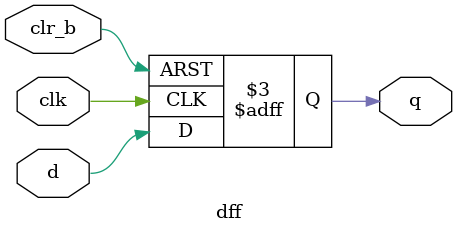
<source format=v>
`timescale 1ns / 1ps


module dff(
    input d,
    input clk,
    input clr_b,
    output reg q
    );
    
    
    always @(negedge clk, negedge clr_b) 
    begin
    
        if(clr_b == 0) q <= 0;
        else
            q<=d;
    end
    
endmodule

</source>
